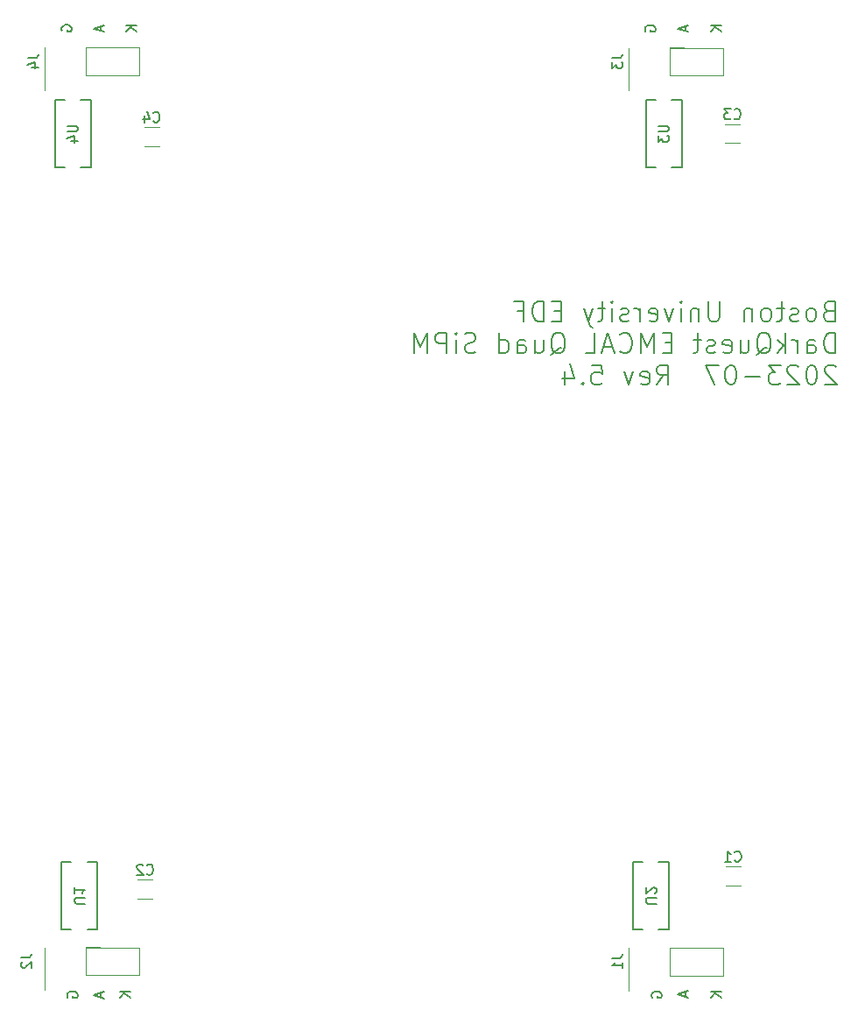
<source format=gbr>
%TF.GenerationSoftware,KiCad,Pcbnew,7.0.5-0*%
%TF.CreationDate,2023-07-24T12:13:10-04:00*%
%TF.ProjectId,quad_sipm,71756164-5f73-4697-906d-2e6b69636164,rev?*%
%TF.SameCoordinates,Original*%
%TF.FileFunction,Legend,Bot*%
%TF.FilePolarity,Positive*%
%FSLAX46Y46*%
G04 Gerber Fmt 4.6, Leading zero omitted, Abs format (unit mm)*
G04 Created by KiCad (PCBNEW 7.0.5-0) date 2023-07-24 12:13:10*
%MOMM*%
%LPD*%
G01*
G04 APERTURE LIST*
%ADD10C,0.150000*%
%ADD11C,0.203200*%
%ADD12C,0.120000*%
%ADD13C,0.152400*%
G04 APERTURE END LIST*
D10*
X124597438Y-53601904D02*
X124549819Y-53506666D01*
X124549819Y-53506666D02*
X124549819Y-53363809D01*
X124549819Y-53363809D02*
X124597438Y-53220952D01*
X124597438Y-53220952D02*
X124692676Y-53125714D01*
X124692676Y-53125714D02*
X124787914Y-53078095D01*
X124787914Y-53078095D02*
X124978390Y-53030476D01*
X124978390Y-53030476D02*
X125121247Y-53030476D01*
X125121247Y-53030476D02*
X125311723Y-53078095D01*
X125311723Y-53078095D02*
X125406961Y-53125714D01*
X125406961Y-53125714D02*
X125502200Y-53220952D01*
X125502200Y-53220952D02*
X125549819Y-53363809D01*
X125549819Y-53363809D02*
X125549819Y-53459047D01*
X125549819Y-53459047D02*
X125502200Y-53601904D01*
X125502200Y-53601904D02*
X125454580Y-53649523D01*
X125454580Y-53649523D02*
X125121247Y-53649523D01*
X125121247Y-53649523D02*
X125121247Y-53459047D01*
X131899819Y-53078095D02*
X130899819Y-53078095D01*
X131899819Y-53649523D02*
X131328390Y-53220952D01*
X130899819Y-53649523D02*
X131471247Y-53078095D01*
X128439104Y-53101905D02*
X128439104Y-53578095D01*
X128724819Y-53006667D02*
X127724819Y-53340000D01*
X127724819Y-53340000D02*
X128724819Y-53673333D01*
X68717438Y-146983220D02*
X68669819Y-146887982D01*
X68669819Y-146887982D02*
X68669819Y-146745125D01*
X68669819Y-146745125D02*
X68717438Y-146602268D01*
X68717438Y-146602268D02*
X68812676Y-146507030D01*
X68812676Y-146507030D02*
X68907914Y-146459411D01*
X68907914Y-146459411D02*
X69098390Y-146411792D01*
X69098390Y-146411792D02*
X69241247Y-146411792D01*
X69241247Y-146411792D02*
X69431723Y-146459411D01*
X69431723Y-146459411D02*
X69526961Y-146507030D01*
X69526961Y-146507030D02*
X69622200Y-146602268D01*
X69622200Y-146602268D02*
X69669819Y-146745125D01*
X69669819Y-146745125D02*
X69669819Y-146840363D01*
X69669819Y-146840363D02*
X69622200Y-146983220D01*
X69622200Y-146983220D02*
X69574580Y-147030839D01*
X69574580Y-147030839D02*
X69241247Y-147030839D01*
X69241247Y-147030839D02*
X69241247Y-146840363D01*
X71924104Y-146554649D02*
X71924104Y-147030839D01*
X72209819Y-146459411D02*
X71209819Y-146792744D01*
X71209819Y-146792744D02*
X72209819Y-147126077D01*
X75384819Y-53078095D02*
X74384819Y-53078095D01*
X75384819Y-53649523D02*
X74813390Y-53220952D01*
X74384819Y-53649523D02*
X74956247Y-53078095D01*
X71924104Y-53101905D02*
X71924104Y-53578095D01*
X72209819Y-53006667D02*
X71209819Y-53340000D01*
X71209819Y-53340000D02*
X72209819Y-53673333D01*
X74749819Y-146423095D02*
X73749819Y-146423095D01*
X74749819Y-146994523D02*
X74178390Y-146565952D01*
X73749819Y-146994523D02*
X74321247Y-146423095D01*
X128439104Y-146446905D02*
X128439104Y-146923095D01*
X128724819Y-146351667D02*
X127724819Y-146685000D01*
X127724819Y-146685000D02*
X128724819Y-147018333D01*
X125232438Y-146983220D02*
X125184819Y-146887982D01*
X125184819Y-146887982D02*
X125184819Y-146745125D01*
X125184819Y-146745125D02*
X125232438Y-146602268D01*
X125232438Y-146602268D02*
X125327676Y-146507030D01*
X125327676Y-146507030D02*
X125422914Y-146459411D01*
X125422914Y-146459411D02*
X125613390Y-146411792D01*
X125613390Y-146411792D02*
X125756247Y-146411792D01*
X125756247Y-146411792D02*
X125946723Y-146459411D01*
X125946723Y-146459411D02*
X126041961Y-146507030D01*
X126041961Y-146507030D02*
X126137200Y-146602268D01*
X126137200Y-146602268D02*
X126184819Y-146745125D01*
X126184819Y-146745125D02*
X126184819Y-146840363D01*
X126184819Y-146840363D02*
X126137200Y-146983220D01*
X126137200Y-146983220D02*
X126089580Y-147030839D01*
X126089580Y-147030839D02*
X125756247Y-147030839D01*
X125756247Y-147030839D02*
X125756247Y-146840363D01*
X131899819Y-146423095D02*
X130899819Y-146423095D01*
X131899819Y-146994523D02*
X131328390Y-146565952D01*
X130899819Y-146994523D02*
X131471247Y-146423095D01*
D11*
X142287744Y-80625815D02*
X142015601Y-80716529D01*
X142015601Y-80716529D02*
X141924887Y-80807243D01*
X141924887Y-80807243D02*
X141834173Y-80988672D01*
X141834173Y-80988672D02*
X141834173Y-81260815D01*
X141834173Y-81260815D02*
X141924887Y-81442243D01*
X141924887Y-81442243D02*
X142015601Y-81532958D01*
X142015601Y-81532958D02*
X142197030Y-81623672D01*
X142197030Y-81623672D02*
X142922744Y-81623672D01*
X142922744Y-81623672D02*
X142922744Y-79718672D01*
X142922744Y-79718672D02*
X142287744Y-79718672D01*
X142287744Y-79718672D02*
X142106316Y-79809386D01*
X142106316Y-79809386D02*
X142015601Y-79900100D01*
X142015601Y-79900100D02*
X141924887Y-80081529D01*
X141924887Y-80081529D02*
X141924887Y-80262958D01*
X141924887Y-80262958D02*
X142015601Y-80444386D01*
X142015601Y-80444386D02*
X142106316Y-80535100D01*
X142106316Y-80535100D02*
X142287744Y-80625815D01*
X142287744Y-80625815D02*
X142922744Y-80625815D01*
X140745601Y-81623672D02*
X140927030Y-81532958D01*
X140927030Y-81532958D02*
X141017744Y-81442243D01*
X141017744Y-81442243D02*
X141108458Y-81260815D01*
X141108458Y-81260815D02*
X141108458Y-80716529D01*
X141108458Y-80716529D02*
X141017744Y-80535100D01*
X141017744Y-80535100D02*
X140927030Y-80444386D01*
X140927030Y-80444386D02*
X140745601Y-80353672D01*
X140745601Y-80353672D02*
X140473458Y-80353672D01*
X140473458Y-80353672D02*
X140292030Y-80444386D01*
X140292030Y-80444386D02*
X140201316Y-80535100D01*
X140201316Y-80535100D02*
X140110601Y-80716529D01*
X140110601Y-80716529D02*
X140110601Y-81260815D01*
X140110601Y-81260815D02*
X140201316Y-81442243D01*
X140201316Y-81442243D02*
X140292030Y-81532958D01*
X140292030Y-81532958D02*
X140473458Y-81623672D01*
X140473458Y-81623672D02*
X140745601Y-81623672D01*
X139384887Y-81532958D02*
X139203459Y-81623672D01*
X139203459Y-81623672D02*
X138840602Y-81623672D01*
X138840602Y-81623672D02*
X138659173Y-81532958D01*
X138659173Y-81532958D02*
X138568459Y-81351529D01*
X138568459Y-81351529D02*
X138568459Y-81260815D01*
X138568459Y-81260815D02*
X138659173Y-81079386D01*
X138659173Y-81079386D02*
X138840602Y-80988672D01*
X138840602Y-80988672D02*
X139112745Y-80988672D01*
X139112745Y-80988672D02*
X139294173Y-80897958D01*
X139294173Y-80897958D02*
X139384887Y-80716529D01*
X139384887Y-80716529D02*
X139384887Y-80625815D01*
X139384887Y-80625815D02*
X139294173Y-80444386D01*
X139294173Y-80444386D02*
X139112745Y-80353672D01*
X139112745Y-80353672D02*
X138840602Y-80353672D01*
X138840602Y-80353672D02*
X138659173Y-80444386D01*
X138024173Y-80353672D02*
X137298459Y-80353672D01*
X137752030Y-79718672D02*
X137752030Y-81351529D01*
X137752030Y-81351529D02*
X137661316Y-81532958D01*
X137661316Y-81532958D02*
X137479887Y-81623672D01*
X137479887Y-81623672D02*
X137298459Y-81623672D01*
X136391316Y-81623672D02*
X136572745Y-81532958D01*
X136572745Y-81532958D02*
X136663459Y-81442243D01*
X136663459Y-81442243D02*
X136754173Y-81260815D01*
X136754173Y-81260815D02*
X136754173Y-80716529D01*
X136754173Y-80716529D02*
X136663459Y-80535100D01*
X136663459Y-80535100D02*
X136572745Y-80444386D01*
X136572745Y-80444386D02*
X136391316Y-80353672D01*
X136391316Y-80353672D02*
X136119173Y-80353672D01*
X136119173Y-80353672D02*
X135937745Y-80444386D01*
X135937745Y-80444386D02*
X135847031Y-80535100D01*
X135847031Y-80535100D02*
X135756316Y-80716529D01*
X135756316Y-80716529D02*
X135756316Y-81260815D01*
X135756316Y-81260815D02*
X135847031Y-81442243D01*
X135847031Y-81442243D02*
X135937745Y-81532958D01*
X135937745Y-81532958D02*
X136119173Y-81623672D01*
X136119173Y-81623672D02*
X136391316Y-81623672D01*
X134939888Y-80353672D02*
X134939888Y-81623672D01*
X134939888Y-80535100D02*
X134849174Y-80444386D01*
X134849174Y-80444386D02*
X134667745Y-80353672D01*
X134667745Y-80353672D02*
X134395602Y-80353672D01*
X134395602Y-80353672D02*
X134214174Y-80444386D01*
X134214174Y-80444386D02*
X134123460Y-80625815D01*
X134123460Y-80625815D02*
X134123460Y-81623672D01*
X131764888Y-79718672D02*
X131764888Y-81260815D01*
X131764888Y-81260815D02*
X131674174Y-81442243D01*
X131674174Y-81442243D02*
X131583460Y-81532958D01*
X131583460Y-81532958D02*
X131402031Y-81623672D01*
X131402031Y-81623672D02*
X131039174Y-81623672D01*
X131039174Y-81623672D02*
X130857745Y-81532958D01*
X130857745Y-81532958D02*
X130767031Y-81442243D01*
X130767031Y-81442243D02*
X130676317Y-81260815D01*
X130676317Y-81260815D02*
X130676317Y-79718672D01*
X129769174Y-80353672D02*
X129769174Y-81623672D01*
X129769174Y-80535100D02*
X129678460Y-80444386D01*
X129678460Y-80444386D02*
X129497031Y-80353672D01*
X129497031Y-80353672D02*
X129224888Y-80353672D01*
X129224888Y-80353672D02*
X129043460Y-80444386D01*
X129043460Y-80444386D02*
X128952746Y-80625815D01*
X128952746Y-80625815D02*
X128952746Y-81623672D01*
X128045603Y-81623672D02*
X128045603Y-80353672D01*
X128045603Y-79718672D02*
X128136317Y-79809386D01*
X128136317Y-79809386D02*
X128045603Y-79900100D01*
X128045603Y-79900100D02*
X127954889Y-79809386D01*
X127954889Y-79809386D02*
X128045603Y-79718672D01*
X128045603Y-79718672D02*
X128045603Y-79900100D01*
X127319889Y-80353672D02*
X126866317Y-81623672D01*
X126866317Y-81623672D02*
X126412746Y-80353672D01*
X124961317Y-81532958D02*
X125142745Y-81623672D01*
X125142745Y-81623672D02*
X125505603Y-81623672D01*
X125505603Y-81623672D02*
X125687031Y-81532958D01*
X125687031Y-81532958D02*
X125777745Y-81351529D01*
X125777745Y-81351529D02*
X125777745Y-80625815D01*
X125777745Y-80625815D02*
X125687031Y-80444386D01*
X125687031Y-80444386D02*
X125505603Y-80353672D01*
X125505603Y-80353672D02*
X125142745Y-80353672D01*
X125142745Y-80353672D02*
X124961317Y-80444386D01*
X124961317Y-80444386D02*
X124870603Y-80625815D01*
X124870603Y-80625815D02*
X124870603Y-80807243D01*
X124870603Y-80807243D02*
X125777745Y-80988672D01*
X124054174Y-81623672D02*
X124054174Y-80353672D01*
X124054174Y-80716529D02*
X123963460Y-80535100D01*
X123963460Y-80535100D02*
X123872746Y-80444386D01*
X123872746Y-80444386D02*
X123691317Y-80353672D01*
X123691317Y-80353672D02*
X123509888Y-80353672D01*
X122965602Y-81532958D02*
X122784174Y-81623672D01*
X122784174Y-81623672D02*
X122421317Y-81623672D01*
X122421317Y-81623672D02*
X122239888Y-81532958D01*
X122239888Y-81532958D02*
X122149174Y-81351529D01*
X122149174Y-81351529D02*
X122149174Y-81260815D01*
X122149174Y-81260815D02*
X122239888Y-81079386D01*
X122239888Y-81079386D02*
X122421317Y-80988672D01*
X122421317Y-80988672D02*
X122693460Y-80988672D01*
X122693460Y-80988672D02*
X122874888Y-80897958D01*
X122874888Y-80897958D02*
X122965602Y-80716529D01*
X122965602Y-80716529D02*
X122965602Y-80625815D01*
X122965602Y-80625815D02*
X122874888Y-80444386D01*
X122874888Y-80444386D02*
X122693460Y-80353672D01*
X122693460Y-80353672D02*
X122421317Y-80353672D01*
X122421317Y-80353672D02*
X122239888Y-80444386D01*
X121332745Y-81623672D02*
X121332745Y-80353672D01*
X121332745Y-79718672D02*
X121423459Y-79809386D01*
X121423459Y-79809386D02*
X121332745Y-79900100D01*
X121332745Y-79900100D02*
X121242031Y-79809386D01*
X121242031Y-79809386D02*
X121332745Y-79718672D01*
X121332745Y-79718672D02*
X121332745Y-79900100D01*
X120697745Y-80353672D02*
X119972031Y-80353672D01*
X120425602Y-79718672D02*
X120425602Y-81351529D01*
X120425602Y-81351529D02*
X120334888Y-81532958D01*
X120334888Y-81532958D02*
X120153459Y-81623672D01*
X120153459Y-81623672D02*
X119972031Y-81623672D01*
X119518460Y-80353672D02*
X119064888Y-81623672D01*
X118611317Y-80353672D02*
X119064888Y-81623672D01*
X119064888Y-81623672D02*
X119246317Y-82077243D01*
X119246317Y-82077243D02*
X119337031Y-82167958D01*
X119337031Y-82167958D02*
X119518460Y-82258672D01*
X116434173Y-80625815D02*
X115799173Y-80625815D01*
X115527030Y-81623672D02*
X116434173Y-81623672D01*
X116434173Y-81623672D02*
X116434173Y-79718672D01*
X116434173Y-79718672D02*
X115527030Y-79718672D01*
X114710602Y-81623672D02*
X114710602Y-79718672D01*
X114710602Y-79718672D02*
X114257031Y-79718672D01*
X114257031Y-79718672D02*
X113984888Y-79809386D01*
X113984888Y-79809386D02*
X113803459Y-79990815D01*
X113803459Y-79990815D02*
X113712745Y-80172243D01*
X113712745Y-80172243D02*
X113622031Y-80535100D01*
X113622031Y-80535100D02*
X113622031Y-80807243D01*
X113622031Y-80807243D02*
X113712745Y-81170100D01*
X113712745Y-81170100D02*
X113803459Y-81351529D01*
X113803459Y-81351529D02*
X113984888Y-81532958D01*
X113984888Y-81532958D02*
X114257031Y-81623672D01*
X114257031Y-81623672D02*
X114710602Y-81623672D01*
X112170602Y-80625815D02*
X112805602Y-80625815D01*
X112805602Y-81623672D02*
X112805602Y-79718672D01*
X112805602Y-79718672D02*
X111898459Y-79718672D01*
X142922744Y-84690722D02*
X142922744Y-82785722D01*
X142922744Y-82785722D02*
X142469173Y-82785722D01*
X142469173Y-82785722D02*
X142197030Y-82876436D01*
X142197030Y-82876436D02*
X142015601Y-83057865D01*
X142015601Y-83057865D02*
X141924887Y-83239293D01*
X141924887Y-83239293D02*
X141834173Y-83602150D01*
X141834173Y-83602150D02*
X141834173Y-83874293D01*
X141834173Y-83874293D02*
X141924887Y-84237150D01*
X141924887Y-84237150D02*
X142015601Y-84418579D01*
X142015601Y-84418579D02*
X142197030Y-84600008D01*
X142197030Y-84600008D02*
X142469173Y-84690722D01*
X142469173Y-84690722D02*
X142922744Y-84690722D01*
X140201316Y-84690722D02*
X140201316Y-83692865D01*
X140201316Y-83692865D02*
X140292030Y-83511436D01*
X140292030Y-83511436D02*
X140473458Y-83420722D01*
X140473458Y-83420722D02*
X140836316Y-83420722D01*
X140836316Y-83420722D02*
X141017744Y-83511436D01*
X140201316Y-84600008D02*
X140382744Y-84690722D01*
X140382744Y-84690722D02*
X140836316Y-84690722D01*
X140836316Y-84690722D02*
X141017744Y-84600008D01*
X141017744Y-84600008D02*
X141108458Y-84418579D01*
X141108458Y-84418579D02*
X141108458Y-84237150D01*
X141108458Y-84237150D02*
X141017744Y-84055722D01*
X141017744Y-84055722D02*
X140836316Y-83965008D01*
X140836316Y-83965008D02*
X140382744Y-83965008D01*
X140382744Y-83965008D02*
X140201316Y-83874293D01*
X139294173Y-84690722D02*
X139294173Y-83420722D01*
X139294173Y-83783579D02*
X139203459Y-83602150D01*
X139203459Y-83602150D02*
X139112745Y-83511436D01*
X139112745Y-83511436D02*
X138931316Y-83420722D01*
X138931316Y-83420722D02*
X138749887Y-83420722D01*
X138114887Y-84690722D02*
X138114887Y-82785722D01*
X137933459Y-83965008D02*
X137389173Y-84690722D01*
X137389173Y-83420722D02*
X138114887Y-84146436D01*
X135302744Y-84872150D02*
X135484173Y-84781436D01*
X135484173Y-84781436D02*
X135665601Y-84600008D01*
X135665601Y-84600008D02*
X135937744Y-84327865D01*
X135937744Y-84327865D02*
X136119173Y-84237150D01*
X136119173Y-84237150D02*
X136300601Y-84237150D01*
X136209887Y-84690722D02*
X136391316Y-84600008D01*
X136391316Y-84600008D02*
X136572744Y-84418579D01*
X136572744Y-84418579D02*
X136663458Y-84055722D01*
X136663458Y-84055722D02*
X136663458Y-83420722D01*
X136663458Y-83420722D02*
X136572744Y-83057865D01*
X136572744Y-83057865D02*
X136391316Y-82876436D01*
X136391316Y-82876436D02*
X136209887Y-82785722D01*
X136209887Y-82785722D02*
X135847030Y-82785722D01*
X135847030Y-82785722D02*
X135665601Y-82876436D01*
X135665601Y-82876436D02*
X135484173Y-83057865D01*
X135484173Y-83057865D02*
X135393458Y-83420722D01*
X135393458Y-83420722D02*
X135393458Y-84055722D01*
X135393458Y-84055722D02*
X135484173Y-84418579D01*
X135484173Y-84418579D02*
X135665601Y-84600008D01*
X135665601Y-84600008D02*
X135847030Y-84690722D01*
X135847030Y-84690722D02*
X136209887Y-84690722D01*
X133760602Y-83420722D02*
X133760602Y-84690722D01*
X134577030Y-83420722D02*
X134577030Y-84418579D01*
X134577030Y-84418579D02*
X134486316Y-84600008D01*
X134486316Y-84600008D02*
X134304887Y-84690722D01*
X134304887Y-84690722D02*
X134032744Y-84690722D01*
X134032744Y-84690722D02*
X133851316Y-84600008D01*
X133851316Y-84600008D02*
X133760602Y-84509293D01*
X132127745Y-84600008D02*
X132309173Y-84690722D01*
X132309173Y-84690722D02*
X132672031Y-84690722D01*
X132672031Y-84690722D02*
X132853459Y-84600008D01*
X132853459Y-84600008D02*
X132944173Y-84418579D01*
X132944173Y-84418579D02*
X132944173Y-83692865D01*
X132944173Y-83692865D02*
X132853459Y-83511436D01*
X132853459Y-83511436D02*
X132672031Y-83420722D01*
X132672031Y-83420722D02*
X132309173Y-83420722D01*
X132309173Y-83420722D02*
X132127745Y-83511436D01*
X132127745Y-83511436D02*
X132037031Y-83692865D01*
X132037031Y-83692865D02*
X132037031Y-83874293D01*
X132037031Y-83874293D02*
X132944173Y-84055722D01*
X131311316Y-84600008D02*
X131129888Y-84690722D01*
X131129888Y-84690722D02*
X130767031Y-84690722D01*
X130767031Y-84690722D02*
X130585602Y-84600008D01*
X130585602Y-84600008D02*
X130494888Y-84418579D01*
X130494888Y-84418579D02*
X130494888Y-84327865D01*
X130494888Y-84327865D02*
X130585602Y-84146436D01*
X130585602Y-84146436D02*
X130767031Y-84055722D01*
X130767031Y-84055722D02*
X131039174Y-84055722D01*
X131039174Y-84055722D02*
X131220602Y-83965008D01*
X131220602Y-83965008D02*
X131311316Y-83783579D01*
X131311316Y-83783579D02*
X131311316Y-83692865D01*
X131311316Y-83692865D02*
X131220602Y-83511436D01*
X131220602Y-83511436D02*
X131039174Y-83420722D01*
X131039174Y-83420722D02*
X130767031Y-83420722D01*
X130767031Y-83420722D02*
X130585602Y-83511436D01*
X129950602Y-83420722D02*
X129224888Y-83420722D01*
X129678459Y-82785722D02*
X129678459Y-84418579D01*
X129678459Y-84418579D02*
X129587745Y-84600008D01*
X129587745Y-84600008D02*
X129406316Y-84690722D01*
X129406316Y-84690722D02*
X129224888Y-84690722D01*
X127138459Y-83692865D02*
X126503459Y-83692865D01*
X126231316Y-84690722D02*
X127138459Y-84690722D01*
X127138459Y-84690722D02*
X127138459Y-82785722D01*
X127138459Y-82785722D02*
X126231316Y-82785722D01*
X125414888Y-84690722D02*
X125414888Y-82785722D01*
X125414888Y-82785722D02*
X124779888Y-84146436D01*
X124779888Y-84146436D02*
X124144888Y-82785722D01*
X124144888Y-82785722D02*
X124144888Y-84690722D01*
X122149174Y-84509293D02*
X122239888Y-84600008D01*
X122239888Y-84600008D02*
X122512031Y-84690722D01*
X122512031Y-84690722D02*
X122693459Y-84690722D01*
X122693459Y-84690722D02*
X122965602Y-84600008D01*
X122965602Y-84600008D02*
X123147031Y-84418579D01*
X123147031Y-84418579D02*
X123237745Y-84237150D01*
X123237745Y-84237150D02*
X123328459Y-83874293D01*
X123328459Y-83874293D02*
X123328459Y-83602150D01*
X123328459Y-83602150D02*
X123237745Y-83239293D01*
X123237745Y-83239293D02*
X123147031Y-83057865D01*
X123147031Y-83057865D02*
X122965602Y-82876436D01*
X122965602Y-82876436D02*
X122693459Y-82785722D01*
X122693459Y-82785722D02*
X122512031Y-82785722D01*
X122512031Y-82785722D02*
X122239888Y-82876436D01*
X122239888Y-82876436D02*
X122149174Y-82967150D01*
X121423459Y-84146436D02*
X120516317Y-84146436D01*
X121604888Y-84690722D02*
X120969888Y-82785722D01*
X120969888Y-82785722D02*
X120334888Y-84690722D01*
X118792745Y-84690722D02*
X119699888Y-84690722D01*
X119699888Y-84690722D02*
X119699888Y-82785722D01*
X115436316Y-84872150D02*
X115617745Y-84781436D01*
X115617745Y-84781436D02*
X115799173Y-84600008D01*
X115799173Y-84600008D02*
X116071316Y-84327865D01*
X116071316Y-84327865D02*
X116252745Y-84237150D01*
X116252745Y-84237150D02*
X116434173Y-84237150D01*
X116343459Y-84690722D02*
X116524888Y-84600008D01*
X116524888Y-84600008D02*
X116706316Y-84418579D01*
X116706316Y-84418579D02*
X116797030Y-84055722D01*
X116797030Y-84055722D02*
X116797030Y-83420722D01*
X116797030Y-83420722D02*
X116706316Y-83057865D01*
X116706316Y-83057865D02*
X116524888Y-82876436D01*
X116524888Y-82876436D02*
X116343459Y-82785722D01*
X116343459Y-82785722D02*
X115980602Y-82785722D01*
X115980602Y-82785722D02*
X115799173Y-82876436D01*
X115799173Y-82876436D02*
X115617745Y-83057865D01*
X115617745Y-83057865D02*
X115527030Y-83420722D01*
X115527030Y-83420722D02*
X115527030Y-84055722D01*
X115527030Y-84055722D02*
X115617745Y-84418579D01*
X115617745Y-84418579D02*
X115799173Y-84600008D01*
X115799173Y-84600008D02*
X115980602Y-84690722D01*
X115980602Y-84690722D02*
X116343459Y-84690722D01*
X113894174Y-83420722D02*
X113894174Y-84690722D01*
X114710602Y-83420722D02*
X114710602Y-84418579D01*
X114710602Y-84418579D02*
X114619888Y-84600008D01*
X114619888Y-84600008D02*
X114438459Y-84690722D01*
X114438459Y-84690722D02*
X114166316Y-84690722D01*
X114166316Y-84690722D02*
X113984888Y-84600008D01*
X113984888Y-84600008D02*
X113894174Y-84509293D01*
X112170603Y-84690722D02*
X112170603Y-83692865D01*
X112170603Y-83692865D02*
X112261317Y-83511436D01*
X112261317Y-83511436D02*
X112442745Y-83420722D01*
X112442745Y-83420722D02*
X112805603Y-83420722D01*
X112805603Y-83420722D02*
X112987031Y-83511436D01*
X112170603Y-84600008D02*
X112352031Y-84690722D01*
X112352031Y-84690722D02*
X112805603Y-84690722D01*
X112805603Y-84690722D02*
X112987031Y-84600008D01*
X112987031Y-84600008D02*
X113077745Y-84418579D01*
X113077745Y-84418579D02*
X113077745Y-84237150D01*
X113077745Y-84237150D02*
X112987031Y-84055722D01*
X112987031Y-84055722D02*
X112805603Y-83965008D01*
X112805603Y-83965008D02*
X112352031Y-83965008D01*
X112352031Y-83965008D02*
X112170603Y-83874293D01*
X110447032Y-84690722D02*
X110447032Y-82785722D01*
X110447032Y-84600008D02*
X110628460Y-84690722D01*
X110628460Y-84690722D02*
X110991317Y-84690722D01*
X110991317Y-84690722D02*
X111172746Y-84600008D01*
X111172746Y-84600008D02*
X111263460Y-84509293D01*
X111263460Y-84509293D02*
X111354174Y-84327865D01*
X111354174Y-84327865D02*
X111354174Y-83783579D01*
X111354174Y-83783579D02*
X111263460Y-83602150D01*
X111263460Y-83602150D02*
X111172746Y-83511436D01*
X111172746Y-83511436D02*
X110991317Y-83420722D01*
X110991317Y-83420722D02*
X110628460Y-83420722D01*
X110628460Y-83420722D02*
X110447032Y-83511436D01*
X108179174Y-84600008D02*
X107907032Y-84690722D01*
X107907032Y-84690722D02*
X107453460Y-84690722D01*
X107453460Y-84690722D02*
X107272032Y-84600008D01*
X107272032Y-84600008D02*
X107181317Y-84509293D01*
X107181317Y-84509293D02*
X107090603Y-84327865D01*
X107090603Y-84327865D02*
X107090603Y-84146436D01*
X107090603Y-84146436D02*
X107181317Y-83965008D01*
X107181317Y-83965008D02*
X107272032Y-83874293D01*
X107272032Y-83874293D02*
X107453460Y-83783579D01*
X107453460Y-83783579D02*
X107816317Y-83692865D01*
X107816317Y-83692865D02*
X107997746Y-83602150D01*
X107997746Y-83602150D02*
X108088460Y-83511436D01*
X108088460Y-83511436D02*
X108179174Y-83330008D01*
X108179174Y-83330008D02*
X108179174Y-83148579D01*
X108179174Y-83148579D02*
X108088460Y-82967150D01*
X108088460Y-82967150D02*
X107997746Y-82876436D01*
X107997746Y-82876436D02*
X107816317Y-82785722D01*
X107816317Y-82785722D02*
X107362746Y-82785722D01*
X107362746Y-82785722D02*
X107090603Y-82876436D01*
X106274174Y-84690722D02*
X106274174Y-83420722D01*
X106274174Y-82785722D02*
X106364888Y-82876436D01*
X106364888Y-82876436D02*
X106274174Y-82967150D01*
X106274174Y-82967150D02*
X106183460Y-82876436D01*
X106183460Y-82876436D02*
X106274174Y-82785722D01*
X106274174Y-82785722D02*
X106274174Y-82967150D01*
X105367031Y-84690722D02*
X105367031Y-82785722D01*
X105367031Y-82785722D02*
X104641317Y-82785722D01*
X104641317Y-82785722D02*
X104459888Y-82876436D01*
X104459888Y-82876436D02*
X104369174Y-82967150D01*
X104369174Y-82967150D02*
X104278460Y-83148579D01*
X104278460Y-83148579D02*
X104278460Y-83420722D01*
X104278460Y-83420722D02*
X104369174Y-83602150D01*
X104369174Y-83602150D02*
X104459888Y-83692865D01*
X104459888Y-83692865D02*
X104641317Y-83783579D01*
X104641317Y-83783579D02*
X105367031Y-83783579D01*
X103462031Y-84690722D02*
X103462031Y-82785722D01*
X103462031Y-82785722D02*
X102827031Y-84146436D01*
X102827031Y-84146436D02*
X102192031Y-82785722D01*
X102192031Y-82785722D02*
X102192031Y-84690722D01*
X143013458Y-86034200D02*
X142922744Y-85943486D01*
X142922744Y-85943486D02*
X142741316Y-85852772D01*
X142741316Y-85852772D02*
X142287744Y-85852772D01*
X142287744Y-85852772D02*
X142106316Y-85943486D01*
X142106316Y-85943486D02*
X142015601Y-86034200D01*
X142015601Y-86034200D02*
X141924887Y-86215629D01*
X141924887Y-86215629D02*
X141924887Y-86397058D01*
X141924887Y-86397058D02*
X142015601Y-86669200D01*
X142015601Y-86669200D02*
X143104173Y-87757772D01*
X143104173Y-87757772D02*
X141924887Y-87757772D01*
X140745601Y-85852772D02*
X140564172Y-85852772D01*
X140564172Y-85852772D02*
X140382744Y-85943486D01*
X140382744Y-85943486D02*
X140292030Y-86034200D01*
X140292030Y-86034200D02*
X140201315Y-86215629D01*
X140201315Y-86215629D02*
X140110601Y-86578486D01*
X140110601Y-86578486D02*
X140110601Y-87032058D01*
X140110601Y-87032058D02*
X140201315Y-87394915D01*
X140201315Y-87394915D02*
X140292030Y-87576343D01*
X140292030Y-87576343D02*
X140382744Y-87667058D01*
X140382744Y-87667058D02*
X140564172Y-87757772D01*
X140564172Y-87757772D02*
X140745601Y-87757772D01*
X140745601Y-87757772D02*
X140927030Y-87667058D01*
X140927030Y-87667058D02*
X141017744Y-87576343D01*
X141017744Y-87576343D02*
X141108458Y-87394915D01*
X141108458Y-87394915D02*
X141199172Y-87032058D01*
X141199172Y-87032058D02*
X141199172Y-86578486D01*
X141199172Y-86578486D02*
X141108458Y-86215629D01*
X141108458Y-86215629D02*
X141017744Y-86034200D01*
X141017744Y-86034200D02*
X140927030Y-85943486D01*
X140927030Y-85943486D02*
X140745601Y-85852772D01*
X139384886Y-86034200D02*
X139294172Y-85943486D01*
X139294172Y-85943486D02*
X139112744Y-85852772D01*
X139112744Y-85852772D02*
X138659172Y-85852772D01*
X138659172Y-85852772D02*
X138477744Y-85943486D01*
X138477744Y-85943486D02*
X138387029Y-86034200D01*
X138387029Y-86034200D02*
X138296315Y-86215629D01*
X138296315Y-86215629D02*
X138296315Y-86397058D01*
X138296315Y-86397058D02*
X138387029Y-86669200D01*
X138387029Y-86669200D02*
X139475601Y-87757772D01*
X139475601Y-87757772D02*
X138296315Y-87757772D01*
X137661315Y-85852772D02*
X136482029Y-85852772D01*
X136482029Y-85852772D02*
X137117029Y-86578486D01*
X137117029Y-86578486D02*
X136844886Y-86578486D01*
X136844886Y-86578486D02*
X136663458Y-86669200D01*
X136663458Y-86669200D02*
X136572743Y-86759915D01*
X136572743Y-86759915D02*
X136482029Y-86941343D01*
X136482029Y-86941343D02*
X136482029Y-87394915D01*
X136482029Y-87394915D02*
X136572743Y-87576343D01*
X136572743Y-87576343D02*
X136663458Y-87667058D01*
X136663458Y-87667058D02*
X136844886Y-87757772D01*
X136844886Y-87757772D02*
X137389172Y-87757772D01*
X137389172Y-87757772D02*
X137570600Y-87667058D01*
X137570600Y-87667058D02*
X137661315Y-87576343D01*
X135665600Y-87032058D02*
X134214172Y-87032058D01*
X132944172Y-85852772D02*
X132762743Y-85852772D01*
X132762743Y-85852772D02*
X132581315Y-85943486D01*
X132581315Y-85943486D02*
X132490601Y-86034200D01*
X132490601Y-86034200D02*
X132399886Y-86215629D01*
X132399886Y-86215629D02*
X132309172Y-86578486D01*
X132309172Y-86578486D02*
X132309172Y-87032058D01*
X132309172Y-87032058D02*
X132399886Y-87394915D01*
X132399886Y-87394915D02*
X132490601Y-87576343D01*
X132490601Y-87576343D02*
X132581315Y-87667058D01*
X132581315Y-87667058D02*
X132762743Y-87757772D01*
X132762743Y-87757772D02*
X132944172Y-87757772D01*
X132944172Y-87757772D02*
X133125601Y-87667058D01*
X133125601Y-87667058D02*
X133216315Y-87576343D01*
X133216315Y-87576343D02*
X133307029Y-87394915D01*
X133307029Y-87394915D02*
X133397743Y-87032058D01*
X133397743Y-87032058D02*
X133397743Y-86578486D01*
X133397743Y-86578486D02*
X133307029Y-86215629D01*
X133307029Y-86215629D02*
X133216315Y-86034200D01*
X133216315Y-86034200D02*
X133125601Y-85943486D01*
X133125601Y-85943486D02*
X132944172Y-85852772D01*
X131674172Y-85852772D02*
X130404172Y-85852772D01*
X130404172Y-85852772D02*
X131220600Y-87757772D01*
X125687028Y-87757772D02*
X126322028Y-86850629D01*
X126775599Y-87757772D02*
X126775599Y-85852772D01*
X126775599Y-85852772D02*
X126049885Y-85852772D01*
X126049885Y-85852772D02*
X125868456Y-85943486D01*
X125868456Y-85943486D02*
X125777742Y-86034200D01*
X125777742Y-86034200D02*
X125687028Y-86215629D01*
X125687028Y-86215629D02*
X125687028Y-86487772D01*
X125687028Y-86487772D02*
X125777742Y-86669200D01*
X125777742Y-86669200D02*
X125868456Y-86759915D01*
X125868456Y-86759915D02*
X126049885Y-86850629D01*
X126049885Y-86850629D02*
X126775599Y-86850629D01*
X124144885Y-87667058D02*
X124326313Y-87757772D01*
X124326313Y-87757772D02*
X124689171Y-87757772D01*
X124689171Y-87757772D02*
X124870599Y-87667058D01*
X124870599Y-87667058D02*
X124961313Y-87485629D01*
X124961313Y-87485629D02*
X124961313Y-86759915D01*
X124961313Y-86759915D02*
X124870599Y-86578486D01*
X124870599Y-86578486D02*
X124689171Y-86487772D01*
X124689171Y-86487772D02*
X124326313Y-86487772D01*
X124326313Y-86487772D02*
X124144885Y-86578486D01*
X124144885Y-86578486D02*
X124054171Y-86759915D01*
X124054171Y-86759915D02*
X124054171Y-86941343D01*
X124054171Y-86941343D02*
X124961313Y-87122772D01*
X123419171Y-86487772D02*
X122965599Y-87757772D01*
X122965599Y-87757772D02*
X122512028Y-86487772D01*
X119427741Y-85852772D02*
X120334884Y-85852772D01*
X120334884Y-85852772D02*
X120425598Y-86759915D01*
X120425598Y-86759915D02*
X120334884Y-86669200D01*
X120334884Y-86669200D02*
X120153456Y-86578486D01*
X120153456Y-86578486D02*
X119699884Y-86578486D01*
X119699884Y-86578486D02*
X119518456Y-86669200D01*
X119518456Y-86669200D02*
X119427741Y-86759915D01*
X119427741Y-86759915D02*
X119337027Y-86941343D01*
X119337027Y-86941343D02*
X119337027Y-87394915D01*
X119337027Y-87394915D02*
X119427741Y-87576343D01*
X119427741Y-87576343D02*
X119518456Y-87667058D01*
X119518456Y-87667058D02*
X119699884Y-87757772D01*
X119699884Y-87757772D02*
X120153456Y-87757772D01*
X120153456Y-87757772D02*
X120334884Y-87667058D01*
X120334884Y-87667058D02*
X120425598Y-87576343D01*
X118520598Y-87576343D02*
X118429884Y-87667058D01*
X118429884Y-87667058D02*
X118520598Y-87757772D01*
X118520598Y-87757772D02*
X118611312Y-87667058D01*
X118611312Y-87667058D02*
X118520598Y-87576343D01*
X118520598Y-87576343D02*
X118520598Y-87757772D01*
X116797027Y-86487772D02*
X116797027Y-87757772D01*
X117250598Y-85762058D02*
X117704169Y-87122772D01*
X117704169Y-87122772D02*
X116524884Y-87122772D01*
D10*
X68162438Y-53565588D02*
X68114819Y-53470350D01*
X68114819Y-53470350D02*
X68114819Y-53327493D01*
X68114819Y-53327493D02*
X68162438Y-53184636D01*
X68162438Y-53184636D02*
X68257676Y-53089398D01*
X68257676Y-53089398D02*
X68352914Y-53041779D01*
X68352914Y-53041779D02*
X68543390Y-52994160D01*
X68543390Y-52994160D02*
X68686247Y-52994160D01*
X68686247Y-52994160D02*
X68876723Y-53041779D01*
X68876723Y-53041779D02*
X68971961Y-53089398D01*
X68971961Y-53089398D02*
X69067200Y-53184636D01*
X69067200Y-53184636D02*
X69114819Y-53327493D01*
X69114819Y-53327493D02*
X69114819Y-53422731D01*
X69114819Y-53422731D02*
X69067200Y-53565588D01*
X69067200Y-53565588D02*
X69019580Y-53613207D01*
X69019580Y-53613207D02*
X68686247Y-53613207D01*
X68686247Y-53613207D02*
X68686247Y-53422731D01*
%TO.C,J1*%
X121374819Y-143176666D02*
X122089104Y-143176666D01*
X122089104Y-143176666D02*
X122231961Y-143129047D01*
X122231961Y-143129047D02*
X122327200Y-143033809D01*
X122327200Y-143033809D02*
X122374819Y-142890952D01*
X122374819Y-142890952D02*
X122374819Y-142795714D01*
X122374819Y-144176666D02*
X122374819Y-143605238D01*
X122374819Y-143890952D02*
X121374819Y-143890952D01*
X121374819Y-143890952D02*
X121517676Y-143795714D01*
X121517676Y-143795714D02*
X121612914Y-143700476D01*
X121612914Y-143700476D02*
X121660533Y-143605238D01*
%TO.C,C4*%
X77001666Y-62302080D02*
X77049285Y-62349700D01*
X77049285Y-62349700D02*
X77192142Y-62397319D01*
X77192142Y-62397319D02*
X77287380Y-62397319D01*
X77287380Y-62397319D02*
X77430237Y-62349700D01*
X77430237Y-62349700D02*
X77525475Y-62254461D01*
X77525475Y-62254461D02*
X77573094Y-62159223D01*
X77573094Y-62159223D02*
X77620713Y-61968747D01*
X77620713Y-61968747D02*
X77620713Y-61825890D01*
X77620713Y-61825890D02*
X77573094Y-61635414D01*
X77573094Y-61635414D02*
X77525475Y-61540176D01*
X77525475Y-61540176D02*
X77430237Y-61444938D01*
X77430237Y-61444938D02*
X77287380Y-61397319D01*
X77287380Y-61397319D02*
X77192142Y-61397319D01*
X77192142Y-61397319D02*
X77049285Y-61444938D01*
X77049285Y-61444938D02*
X77001666Y-61492557D01*
X76144523Y-61730652D02*
X76144523Y-62397319D01*
X76382618Y-61349700D02*
X76620713Y-62063985D01*
X76620713Y-62063985D02*
X76001666Y-62063985D01*
%TO.C,J3*%
X121374819Y-56181666D02*
X122089104Y-56181666D01*
X122089104Y-56181666D02*
X122231961Y-56134047D01*
X122231961Y-56134047D02*
X122327200Y-56038809D01*
X122327200Y-56038809D02*
X122374819Y-55895952D01*
X122374819Y-55895952D02*
X122374819Y-55800714D01*
X121374819Y-56562619D02*
X121374819Y-57181666D01*
X121374819Y-57181666D02*
X121755771Y-56848333D01*
X121755771Y-56848333D02*
X121755771Y-56991190D01*
X121755771Y-56991190D02*
X121803390Y-57086428D01*
X121803390Y-57086428D02*
X121851009Y-57134047D01*
X121851009Y-57134047D02*
X121946247Y-57181666D01*
X121946247Y-57181666D02*
X122184342Y-57181666D01*
X122184342Y-57181666D02*
X122279580Y-57134047D01*
X122279580Y-57134047D02*
X122327200Y-57086428D01*
X122327200Y-57086428D02*
X122374819Y-56991190D01*
X122374819Y-56991190D02*
X122374819Y-56705476D01*
X122374819Y-56705476D02*
X122327200Y-56610238D01*
X122327200Y-56610238D02*
X122279580Y-56562619D01*
%TO.C,J4*%
X64859819Y-56181666D02*
X65574104Y-56181666D01*
X65574104Y-56181666D02*
X65716961Y-56134047D01*
X65716961Y-56134047D02*
X65812200Y-56038809D01*
X65812200Y-56038809D02*
X65859819Y-55895952D01*
X65859819Y-55895952D02*
X65859819Y-55800714D01*
X65193152Y-57086428D02*
X65859819Y-57086428D01*
X64812200Y-56848333D02*
X65526485Y-56610238D01*
X65526485Y-56610238D02*
X65526485Y-57229285D01*
%TO.C,C3*%
X133174166Y-62009580D02*
X133221785Y-62057200D01*
X133221785Y-62057200D02*
X133364642Y-62104819D01*
X133364642Y-62104819D02*
X133459880Y-62104819D01*
X133459880Y-62104819D02*
X133602737Y-62057200D01*
X133602737Y-62057200D02*
X133697975Y-61961961D01*
X133697975Y-61961961D02*
X133745594Y-61866723D01*
X133745594Y-61866723D02*
X133793213Y-61676247D01*
X133793213Y-61676247D02*
X133793213Y-61533390D01*
X133793213Y-61533390D02*
X133745594Y-61342914D01*
X133745594Y-61342914D02*
X133697975Y-61247676D01*
X133697975Y-61247676D02*
X133602737Y-61152438D01*
X133602737Y-61152438D02*
X133459880Y-61104819D01*
X133459880Y-61104819D02*
X133364642Y-61104819D01*
X133364642Y-61104819D02*
X133221785Y-61152438D01*
X133221785Y-61152438D02*
X133174166Y-61200057D01*
X132840832Y-61104819D02*
X132221785Y-61104819D01*
X132221785Y-61104819D02*
X132555118Y-61485771D01*
X132555118Y-61485771D02*
X132412261Y-61485771D01*
X132412261Y-61485771D02*
X132317023Y-61533390D01*
X132317023Y-61533390D02*
X132269404Y-61581009D01*
X132269404Y-61581009D02*
X132221785Y-61676247D01*
X132221785Y-61676247D02*
X132221785Y-61914342D01*
X132221785Y-61914342D02*
X132269404Y-62009580D01*
X132269404Y-62009580D02*
X132317023Y-62057200D01*
X132317023Y-62057200D02*
X132412261Y-62104819D01*
X132412261Y-62104819D02*
X132697975Y-62104819D01*
X132697975Y-62104819D02*
X132793213Y-62057200D01*
X132793213Y-62057200D02*
X132840832Y-62009580D01*
%TO.C,J2*%
X64224819Y-143131666D02*
X64939104Y-143131666D01*
X64939104Y-143131666D02*
X65081961Y-143084047D01*
X65081961Y-143084047D02*
X65177200Y-142988809D01*
X65177200Y-142988809D02*
X65224819Y-142845952D01*
X65224819Y-142845952D02*
X65224819Y-142750714D01*
X64320057Y-143560238D02*
X64272438Y-143607857D01*
X64272438Y-143607857D02*
X64224819Y-143703095D01*
X64224819Y-143703095D02*
X64224819Y-143941190D01*
X64224819Y-143941190D02*
X64272438Y-144036428D01*
X64272438Y-144036428D02*
X64320057Y-144084047D01*
X64320057Y-144084047D02*
X64415295Y-144131666D01*
X64415295Y-144131666D02*
X64510533Y-144131666D01*
X64510533Y-144131666D02*
X64653390Y-144084047D01*
X64653390Y-144084047D02*
X65224819Y-143512619D01*
X65224819Y-143512619D02*
X65224819Y-144131666D01*
%TO.C,C1*%
X133224166Y-133764580D02*
X133271785Y-133812200D01*
X133271785Y-133812200D02*
X133414642Y-133859819D01*
X133414642Y-133859819D02*
X133509880Y-133859819D01*
X133509880Y-133859819D02*
X133652737Y-133812200D01*
X133652737Y-133812200D02*
X133747975Y-133716961D01*
X133747975Y-133716961D02*
X133795594Y-133621723D01*
X133795594Y-133621723D02*
X133843213Y-133431247D01*
X133843213Y-133431247D02*
X133843213Y-133288390D01*
X133843213Y-133288390D02*
X133795594Y-133097914D01*
X133795594Y-133097914D02*
X133747975Y-133002676D01*
X133747975Y-133002676D02*
X133652737Y-132907438D01*
X133652737Y-132907438D02*
X133509880Y-132859819D01*
X133509880Y-132859819D02*
X133414642Y-132859819D01*
X133414642Y-132859819D02*
X133271785Y-132907438D01*
X133271785Y-132907438D02*
X133224166Y-132955057D01*
X132271785Y-133859819D02*
X132843213Y-133859819D01*
X132557499Y-133859819D02*
X132557499Y-132859819D01*
X132557499Y-132859819D02*
X132652737Y-133002676D01*
X132652737Y-133002676D02*
X132747975Y-133097914D01*
X132747975Y-133097914D02*
X132843213Y-133145533D01*
%TO.C,C2*%
X76366666Y-135034580D02*
X76414285Y-135082200D01*
X76414285Y-135082200D02*
X76557142Y-135129819D01*
X76557142Y-135129819D02*
X76652380Y-135129819D01*
X76652380Y-135129819D02*
X76795237Y-135082200D01*
X76795237Y-135082200D02*
X76890475Y-134986961D01*
X76890475Y-134986961D02*
X76938094Y-134891723D01*
X76938094Y-134891723D02*
X76985713Y-134701247D01*
X76985713Y-134701247D02*
X76985713Y-134558390D01*
X76985713Y-134558390D02*
X76938094Y-134367914D01*
X76938094Y-134367914D02*
X76890475Y-134272676D01*
X76890475Y-134272676D02*
X76795237Y-134177438D01*
X76795237Y-134177438D02*
X76652380Y-134129819D01*
X76652380Y-134129819D02*
X76557142Y-134129819D01*
X76557142Y-134129819D02*
X76414285Y-134177438D01*
X76414285Y-134177438D02*
X76366666Y-134225057D01*
X75985713Y-134225057D02*
X75938094Y-134177438D01*
X75938094Y-134177438D02*
X75842856Y-134129819D01*
X75842856Y-134129819D02*
X75604761Y-134129819D01*
X75604761Y-134129819D02*
X75509523Y-134177438D01*
X75509523Y-134177438D02*
X75461904Y-134225057D01*
X75461904Y-134225057D02*
X75414285Y-134320295D01*
X75414285Y-134320295D02*
X75414285Y-134415533D01*
X75414285Y-134415533D02*
X75461904Y-134558390D01*
X75461904Y-134558390D02*
X76033332Y-135129819D01*
X76033332Y-135129819D02*
X75414285Y-135129819D01*
%TO.C,U3*%
X125819819Y-62738095D02*
X126629342Y-62738095D01*
X126629342Y-62738095D02*
X126724580Y-62785714D01*
X126724580Y-62785714D02*
X126772200Y-62833333D01*
X126772200Y-62833333D02*
X126819819Y-62928571D01*
X126819819Y-62928571D02*
X126819819Y-63119047D01*
X126819819Y-63119047D02*
X126772200Y-63214285D01*
X126772200Y-63214285D02*
X126724580Y-63261904D01*
X126724580Y-63261904D02*
X126629342Y-63309523D01*
X126629342Y-63309523D02*
X125819819Y-63309523D01*
X125819819Y-63690476D02*
X125819819Y-64309523D01*
X125819819Y-64309523D02*
X126200771Y-63976190D01*
X126200771Y-63976190D02*
X126200771Y-64119047D01*
X126200771Y-64119047D02*
X126248390Y-64214285D01*
X126248390Y-64214285D02*
X126296009Y-64261904D01*
X126296009Y-64261904D02*
X126391247Y-64309523D01*
X126391247Y-64309523D02*
X126629342Y-64309523D01*
X126629342Y-64309523D02*
X126724580Y-64261904D01*
X126724580Y-64261904D02*
X126772200Y-64214285D01*
X126772200Y-64214285D02*
X126819819Y-64119047D01*
X126819819Y-64119047D02*
X126819819Y-63833333D01*
X126819819Y-63833333D02*
X126772200Y-63738095D01*
X126772200Y-63738095D02*
X126724580Y-63690476D01*
%TO.C,U2*%
X125640180Y-137921904D02*
X124830657Y-137921904D01*
X124830657Y-137921904D02*
X124735419Y-137874285D01*
X124735419Y-137874285D02*
X124687800Y-137826666D01*
X124687800Y-137826666D02*
X124640180Y-137731428D01*
X124640180Y-137731428D02*
X124640180Y-137540952D01*
X124640180Y-137540952D02*
X124687800Y-137445714D01*
X124687800Y-137445714D02*
X124735419Y-137398095D01*
X124735419Y-137398095D02*
X124830657Y-137350476D01*
X124830657Y-137350476D02*
X125640180Y-137350476D01*
X125544942Y-136921904D02*
X125592561Y-136874285D01*
X125592561Y-136874285D02*
X125640180Y-136779047D01*
X125640180Y-136779047D02*
X125640180Y-136540952D01*
X125640180Y-136540952D02*
X125592561Y-136445714D01*
X125592561Y-136445714D02*
X125544942Y-136398095D01*
X125544942Y-136398095D02*
X125449704Y-136350476D01*
X125449704Y-136350476D02*
X125354466Y-136350476D01*
X125354466Y-136350476D02*
X125211609Y-136398095D01*
X125211609Y-136398095D02*
X124640180Y-136969523D01*
X124640180Y-136969523D02*
X124640180Y-136350476D01*
%TO.C,U4*%
X68669819Y-62738095D02*
X69479342Y-62738095D01*
X69479342Y-62738095D02*
X69574580Y-62785714D01*
X69574580Y-62785714D02*
X69622200Y-62833333D01*
X69622200Y-62833333D02*
X69669819Y-62928571D01*
X69669819Y-62928571D02*
X69669819Y-63119047D01*
X69669819Y-63119047D02*
X69622200Y-63214285D01*
X69622200Y-63214285D02*
X69574580Y-63261904D01*
X69574580Y-63261904D02*
X69479342Y-63309523D01*
X69479342Y-63309523D02*
X68669819Y-63309523D01*
X69003152Y-64214285D02*
X69669819Y-64214285D01*
X68622200Y-63976190D02*
X69336485Y-63738095D01*
X69336485Y-63738095D02*
X69336485Y-64357142D01*
%TO.C,U1*%
X70395180Y-137921904D02*
X69585657Y-137921904D01*
X69585657Y-137921904D02*
X69490419Y-137874285D01*
X69490419Y-137874285D02*
X69442800Y-137826666D01*
X69442800Y-137826666D02*
X69395180Y-137731428D01*
X69395180Y-137731428D02*
X69395180Y-137540952D01*
X69395180Y-137540952D02*
X69442800Y-137445714D01*
X69442800Y-137445714D02*
X69490419Y-137398095D01*
X69490419Y-137398095D02*
X69585657Y-137350476D01*
X69585657Y-137350476D02*
X70395180Y-137350476D01*
X69395180Y-136350476D02*
X69395180Y-136921904D01*
X69395180Y-136636190D02*
X70395180Y-136636190D01*
X70395180Y-136636190D02*
X70252323Y-136731428D01*
X70252323Y-136731428D02*
X70157085Y-136826666D01*
X70157085Y-136826666D02*
X70109466Y-136921904D01*
D12*
%TO.C,J1*%
X128270000Y-142180000D02*
X126940000Y-142180000D01*
X126955000Y-142225000D02*
X132095000Y-142225000D01*
X126955000Y-142225000D02*
X126955000Y-144885000D01*
X132095000Y-142225000D02*
X132095000Y-144885000D01*
X122945000Y-142235000D02*
X122970000Y-146310000D01*
X126955000Y-144885000D02*
X132095000Y-144885000D01*
%TO.C,C4*%
X77546252Y-64702500D02*
X76123748Y-64702500D01*
X77546252Y-62882500D02*
X76123748Y-62882500D01*
%TO.C,J3*%
X128270000Y-55185000D02*
X126940000Y-55185000D01*
X126955000Y-55230000D02*
X132095000Y-55230000D01*
X126955000Y-55230000D02*
X126955000Y-57890000D01*
X132095000Y-55230000D02*
X132095000Y-57890000D01*
X122945000Y-55240000D02*
X122970000Y-59315000D01*
X126955000Y-57890000D02*
X132095000Y-57890000D01*
%TO.C,J4*%
X71800000Y-55140000D02*
X70470000Y-55140000D01*
X70485000Y-55185000D02*
X75625000Y-55185000D01*
X70485000Y-55185000D02*
X70485000Y-57845000D01*
X75625000Y-55185000D02*
X75625000Y-57845000D01*
X66475000Y-55195000D02*
X66500000Y-59270000D01*
X70485000Y-57845000D02*
X75625000Y-57845000D01*
%TO.C,C3*%
X133718752Y-64410000D02*
X132296248Y-64410000D01*
X133718752Y-62590000D02*
X132296248Y-62590000D01*
%TO.C,J2*%
X71800000Y-142135000D02*
X70470000Y-142135000D01*
X70485000Y-142180000D02*
X75625000Y-142180000D01*
X70485000Y-142180000D02*
X70485000Y-144840000D01*
X75625000Y-142180000D02*
X75625000Y-144840000D01*
X66475000Y-142190000D02*
X66500000Y-146265000D01*
X70485000Y-144840000D02*
X75625000Y-144840000D01*
%TO.C,C1*%
X133768752Y-136165000D02*
X132346248Y-136165000D01*
X133768752Y-134345000D02*
X132346248Y-134345000D01*
%TO.C,C2*%
X76911252Y-137435000D02*
X75488748Y-137435000D01*
X76911252Y-135615000D02*
X75488748Y-135615000D01*
D13*
%TO.C,U3*%
X124637800Y-60274200D02*
X125587550Y-60274200D01*
X127142450Y-60274200D02*
X128092200Y-60274200D01*
X128092200Y-60274200D02*
X128092200Y-66725800D01*
X124637800Y-66725800D02*
X124637800Y-60274200D01*
X125587550Y-66725800D02*
X124637800Y-66725800D01*
X128092200Y-66725800D02*
X127142450Y-66725800D01*
%TO.C,U2*%
X126822200Y-140385800D02*
X125872450Y-140385800D01*
X124317550Y-140385800D02*
X123367800Y-140385800D01*
X123367800Y-140385800D02*
X123367800Y-133934200D01*
X126822200Y-133934200D02*
X126822200Y-140385800D01*
X125872450Y-133934200D02*
X126822200Y-133934200D01*
X123367800Y-133934200D02*
X124317550Y-133934200D01*
%TO.C,U4*%
X67487800Y-60274200D02*
X68437550Y-60274200D01*
X69992450Y-60274200D02*
X70942200Y-60274200D01*
X70942200Y-60274200D02*
X70942200Y-66725800D01*
X67487800Y-66725800D02*
X67487800Y-60274200D01*
X68437550Y-66725800D02*
X67487800Y-66725800D01*
X70942200Y-66725800D02*
X69992450Y-66725800D01*
%TO.C,U1*%
X71577200Y-140385800D02*
X70627450Y-140385800D01*
X69072550Y-140385800D02*
X68122800Y-140385800D01*
X68122800Y-140385800D02*
X68122800Y-133934200D01*
X71577200Y-133934200D02*
X71577200Y-140385800D01*
X70627450Y-133934200D02*
X71577200Y-133934200D01*
X68122800Y-133934200D02*
X69072550Y-133934200D01*
%TD*%
M02*

</source>
